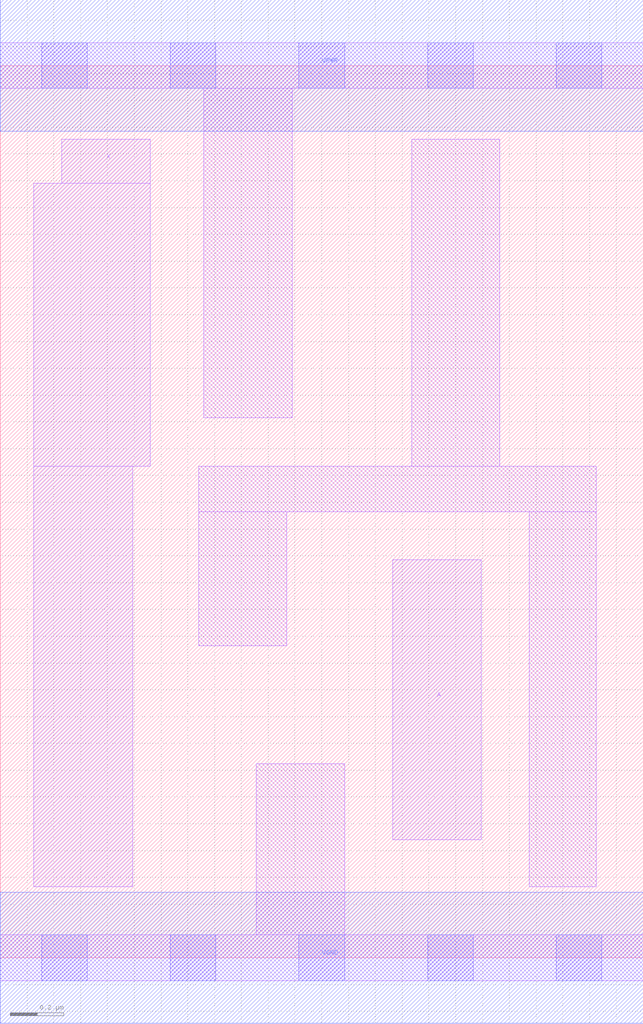
<source format=lef>
# Copyright 2020 The SkyWater PDK Authors
#
# Licensed under the Apache License, Version 2.0 (the "License");
# you may not use this file except in compliance with the License.
# You may obtain a copy of the License at
#
#     https://www.apache.org/licenses/LICENSE-2.0
#
# Unless required by applicable law or agreed to in writing, software
# distributed under the License is distributed on an "AS IS" BASIS,
# WITHOUT WARRANTIES OR CONDITIONS OF ANY KIND, either express or implied.
# See the License for the specific language governing permissions and
# limitations under the License.
#
# SPDX-License-Identifier: Apache-2.0

VERSION 5.7 ;
  NAMESCASESENSITIVE ON ;
  NOWIREEXTENSIONATPIN ON ;
  DIVIDERCHAR "/" ;
  BUSBITCHARS "[]" ;
UNITS
  DATABASE MICRONS 200 ;
END UNITS
MACRO sky130_fd_sc_lp__buf_lp
  CLASS CORE ;
  SOURCE USER ;
  FOREIGN sky130_fd_sc_lp__buf_lp ;
  ORIGIN  0.000000  0.000000 ;
  SIZE  2.400000 BY  3.330000 ;
  SYMMETRY X Y R90 ;
  SITE unit ;
  PIN A
    ANTENNAGATEAREA  0.376000 ;
    DIRECTION INPUT ;
    USE SIGNAL ;
    PORT
      LAYER li1 ;
        RECT 1.465000 0.440000 1.795000 1.485000 ;
    END
  END A
  PIN X
    ANTENNADIFFAREA  0.404700 ;
    DIRECTION OUTPUT ;
    USE SIGNAL ;
    PORT
      LAYER li1 ;
        RECT 0.125000 0.265000 0.495000 1.835000 ;
        RECT 0.125000 1.835000 0.560000 2.890000 ;
        RECT 0.230000 2.890000 0.560000 3.055000 ;
    END
  END X
  PIN VGND
    DIRECTION INOUT ;
    USE GROUND ;
    PORT
      LAYER met1 ;
        RECT 0.000000 -0.245000 2.400000 0.245000 ;
    END
  END VGND
  PIN VPWR
    DIRECTION INOUT ;
    USE POWER ;
    PORT
      LAYER met1 ;
        RECT 0.000000 3.085000 2.400000 3.575000 ;
    END
  END VPWR
  OBS
    LAYER li1 ;
      RECT 0.000000 -0.085000 2.400000 0.085000 ;
      RECT 0.000000  3.245000 2.400000 3.415000 ;
      RECT 0.740000  1.165000 1.070000 1.665000 ;
      RECT 0.740000  1.665000 2.225000 1.835000 ;
      RECT 0.760000  2.015000 1.090000 3.245000 ;
      RECT 0.955000  0.085000 1.285000 0.725000 ;
      RECT 1.535000  1.835000 1.865000 3.055000 ;
      RECT 1.975000  0.265000 2.225000 1.665000 ;
    LAYER mcon ;
      RECT 0.155000 -0.085000 0.325000 0.085000 ;
      RECT 0.155000  3.245000 0.325000 3.415000 ;
      RECT 0.635000 -0.085000 0.805000 0.085000 ;
      RECT 0.635000  3.245000 0.805000 3.415000 ;
      RECT 1.115000 -0.085000 1.285000 0.085000 ;
      RECT 1.115000  3.245000 1.285000 3.415000 ;
      RECT 1.595000 -0.085000 1.765000 0.085000 ;
      RECT 1.595000  3.245000 1.765000 3.415000 ;
      RECT 2.075000 -0.085000 2.245000 0.085000 ;
      RECT 2.075000  3.245000 2.245000 3.415000 ;
  END
END sky130_fd_sc_lp__buf_lp
END LIBRARY

</source>
